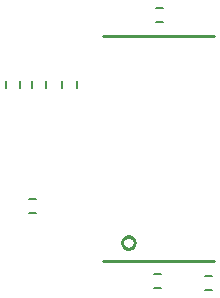
<source format=gbo>
G75*
G70*
%OFA0B0*%
%FSLAX24Y24*%
%IPPOS*%
%LPD*%
%AMOC8*
5,1,8,0,0,1.08239X$1,22.5*
%
%ADD10C,0.0100*%
%ADD11C,0.0060*%
D10*
X014013Y005270D02*
X017713Y005270D01*
X014657Y005870D02*
X014659Y005898D01*
X014665Y005926D01*
X014674Y005952D01*
X014687Y005977D01*
X014703Y006000D01*
X014722Y006021D01*
X014744Y006038D01*
X014768Y006053D01*
X014794Y006064D01*
X014821Y006072D01*
X014849Y006076D01*
X014877Y006076D01*
X014905Y006072D01*
X014932Y006064D01*
X014958Y006053D01*
X014982Y006038D01*
X015004Y006021D01*
X015023Y006000D01*
X015039Y005977D01*
X015052Y005952D01*
X015061Y005926D01*
X015067Y005898D01*
X015069Y005870D01*
X015067Y005842D01*
X015061Y005814D01*
X015052Y005788D01*
X015039Y005763D01*
X015023Y005740D01*
X015004Y005719D01*
X014982Y005702D01*
X014958Y005687D01*
X014932Y005676D01*
X014905Y005668D01*
X014877Y005664D01*
X014849Y005664D01*
X014821Y005668D01*
X014794Y005676D01*
X014768Y005687D01*
X014744Y005702D01*
X014722Y005719D01*
X014703Y005740D01*
X014687Y005763D01*
X014674Y005788D01*
X014665Y005814D01*
X014659Y005842D01*
X014657Y005870D01*
X014013Y012770D02*
X017713Y012770D01*
D11*
X011793Y006866D02*
X011556Y006866D01*
X011556Y007338D02*
X011793Y007338D01*
X015706Y004813D02*
X015943Y004813D01*
X015943Y004341D02*
X015706Y004341D01*
X017406Y004291D02*
X017643Y004291D01*
X017643Y004763D02*
X017406Y004763D01*
X013136Y011034D02*
X013136Y011270D01*
X012663Y011270D02*
X012663Y011034D01*
X012111Y011034D02*
X012111Y011270D01*
X011638Y011270D02*
X011638Y011034D01*
X011261Y011034D02*
X011261Y011270D01*
X010788Y011270D02*
X010788Y011034D01*
X015781Y013216D02*
X016018Y013216D01*
X016018Y013688D02*
X015781Y013688D01*
M02*

</source>
